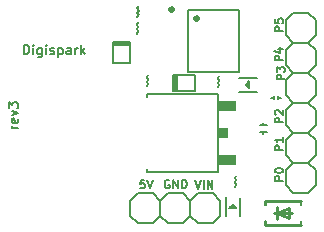
<source format=gbr>
%TF.GenerationSoftware,KiCad,Pcbnew,8.0.8+dfsg-1*%
%TF.CreationDate,2025-02-13T13:44:32+01:00*%
%TF.ProjectId,DigiKitkat,44696769-4b69-4746-9b61-742e6b696361,rev?*%
%TF.SameCoordinates,Original*%
%TF.FileFunction,Legend,Top*%
%TF.FilePolarity,Positive*%
%FSLAX46Y46*%
G04 Gerber Fmt 4.6, Leading zero omitted, Abs format (unit mm)*
G04 Created by KiCad (PCBNEW 8.0.8+dfsg-1) date 2025-02-13 13:44:32*
%MOMM*%
%LPD*%
G01*
G04 APERTURE LIST*
%ADD10C,0.152000*%
%ADD11C,0.154000*%
%ADD12C,0.152400*%
%ADD13C,0.254000*%
%ADD14C,0.200000*%
%ADD15C,0.203000*%
%ADD16C,0.203200*%
%ADD17C,0.000000*%
%ADD18C,0.300000*%
%ADD19C,0.150000*%
G04 APERTURE END LIST*
D10*
X158494979Y-97767123D02*
X157794979Y-97767123D01*
X157794979Y-97767123D02*
X157794979Y-97500456D01*
X157794979Y-97500456D02*
X157828312Y-97433790D01*
X157828312Y-97433790D02*
X157861646Y-97400456D01*
X157861646Y-97400456D02*
X157928312Y-97367123D01*
X157928312Y-97367123D02*
X158028312Y-97367123D01*
X158028312Y-97367123D02*
X158094979Y-97400456D01*
X158094979Y-97400456D02*
X158128312Y-97433790D01*
X158128312Y-97433790D02*
X158161646Y-97500456D01*
X158161646Y-97500456D02*
X158161646Y-97767123D01*
X157794979Y-96733790D02*
X157794979Y-97067123D01*
X157794979Y-97067123D02*
X158128312Y-97100456D01*
X158128312Y-97100456D02*
X158094979Y-97067123D01*
X158094979Y-97067123D02*
X158061646Y-97000456D01*
X158061646Y-97000456D02*
X158061646Y-96833790D01*
X158061646Y-96833790D02*
X158094979Y-96767123D01*
X158094979Y-96767123D02*
X158128312Y-96733790D01*
X158128312Y-96733790D02*
X158194979Y-96700456D01*
X158194979Y-96700456D02*
X158361646Y-96700456D01*
X158361646Y-96700456D02*
X158428312Y-96733790D01*
X158428312Y-96733790D02*
X158461646Y-96767123D01*
X158461646Y-96767123D02*
X158494979Y-96833790D01*
X158494979Y-96833790D02*
X158494979Y-97000456D01*
X158494979Y-97000456D02*
X158461646Y-97067123D01*
X158461646Y-97067123D02*
X158428312Y-97100456D01*
X158494979Y-100261353D02*
X157794979Y-100261353D01*
X157794979Y-100261353D02*
X157794979Y-99994686D01*
X157794979Y-99994686D02*
X157828312Y-99928020D01*
X157828312Y-99928020D02*
X157861646Y-99894686D01*
X157861646Y-99894686D02*
X157928312Y-99861353D01*
X157928312Y-99861353D02*
X158028312Y-99861353D01*
X158028312Y-99861353D02*
X158094979Y-99894686D01*
X158094979Y-99894686D02*
X158128312Y-99928020D01*
X158128312Y-99928020D02*
X158161646Y-99994686D01*
X158161646Y-99994686D02*
X158161646Y-100261353D01*
X158028312Y-99261353D02*
X158494979Y-99261353D01*
X157761646Y-99428020D02*
X158261646Y-99594686D01*
X158261646Y-99594686D02*
X158261646Y-99161353D01*
X158645029Y-101861983D02*
X157945029Y-101861983D01*
X157945029Y-101861983D02*
X157945029Y-101595316D01*
X157945029Y-101595316D02*
X157978362Y-101528650D01*
X157978362Y-101528650D02*
X158011696Y-101495316D01*
X158011696Y-101495316D02*
X158078362Y-101461983D01*
X158078362Y-101461983D02*
X158178362Y-101461983D01*
X158178362Y-101461983D02*
X158245029Y-101495316D01*
X158245029Y-101495316D02*
X158278362Y-101528650D01*
X158278362Y-101528650D02*
X158311696Y-101595316D01*
X158311696Y-101595316D02*
X158311696Y-101861983D01*
X157945029Y-101228650D02*
X157945029Y-100795316D01*
X157945029Y-100795316D02*
X158211696Y-101028650D01*
X158211696Y-101028650D02*
X158211696Y-100928650D01*
X158211696Y-100928650D02*
X158245029Y-100861983D01*
X158245029Y-100861983D02*
X158278362Y-100828650D01*
X158278362Y-100828650D02*
X158345029Y-100795316D01*
X158345029Y-100795316D02*
X158511696Y-100795316D01*
X158511696Y-100795316D02*
X158578362Y-100828650D01*
X158578362Y-100828650D02*
X158611696Y-100861983D01*
X158611696Y-100861983D02*
X158645029Y-100928650D01*
X158645029Y-100928650D02*
X158645029Y-101128650D01*
X158645029Y-101128650D02*
X158611696Y-101195316D01*
X158611696Y-101195316D02*
X158578362Y-101228650D01*
X158494979Y-105513323D02*
X157794979Y-105513323D01*
X157794979Y-105513323D02*
X157794979Y-105246656D01*
X157794979Y-105246656D02*
X157828312Y-105179990D01*
X157828312Y-105179990D02*
X157861646Y-105146656D01*
X157861646Y-105146656D02*
X157928312Y-105113323D01*
X157928312Y-105113323D02*
X158028312Y-105113323D01*
X158028312Y-105113323D02*
X158094979Y-105146656D01*
X158094979Y-105146656D02*
X158128312Y-105179990D01*
X158128312Y-105179990D02*
X158161646Y-105246656D01*
X158161646Y-105246656D02*
X158161646Y-105513323D01*
X157861646Y-104846656D02*
X157828312Y-104813323D01*
X157828312Y-104813323D02*
X157794979Y-104746656D01*
X157794979Y-104746656D02*
X157794979Y-104579990D01*
X157794979Y-104579990D02*
X157828312Y-104513323D01*
X157828312Y-104513323D02*
X157861646Y-104479990D01*
X157861646Y-104479990D02*
X157928312Y-104446656D01*
X157928312Y-104446656D02*
X157994979Y-104446656D01*
X157994979Y-104446656D02*
X158094979Y-104479990D01*
X158094979Y-104479990D02*
X158494979Y-104879990D01*
X158494979Y-104879990D02*
X158494979Y-104446656D01*
X158494979Y-107834243D02*
X157794979Y-107834243D01*
X157794979Y-107834243D02*
X157794979Y-107567576D01*
X157794979Y-107567576D02*
X157828312Y-107500910D01*
X157828312Y-107500910D02*
X157861646Y-107467576D01*
X157861646Y-107467576D02*
X157928312Y-107434243D01*
X157928312Y-107434243D02*
X158028312Y-107434243D01*
X158028312Y-107434243D02*
X158094979Y-107467576D01*
X158094979Y-107467576D02*
X158128312Y-107500910D01*
X158128312Y-107500910D02*
X158161646Y-107567576D01*
X158161646Y-107567576D02*
X158161646Y-107834243D01*
X158494979Y-106767576D02*
X158494979Y-107167576D01*
X158494979Y-106967576D02*
X157794979Y-106967576D01*
X157794979Y-106967576D02*
X157894979Y-107034243D01*
X157894979Y-107034243D02*
X157961646Y-107100910D01*
X157961646Y-107100910D02*
X157994979Y-107167576D01*
X158494979Y-110446503D02*
X157794979Y-110446503D01*
X157794979Y-110446503D02*
X157794979Y-110179836D01*
X157794979Y-110179836D02*
X157828312Y-110113170D01*
X157828312Y-110113170D02*
X157861646Y-110079836D01*
X157861646Y-110079836D02*
X157928312Y-110046503D01*
X157928312Y-110046503D02*
X158028312Y-110046503D01*
X158028312Y-110046503D02*
X158094979Y-110079836D01*
X158094979Y-110079836D02*
X158128312Y-110113170D01*
X158128312Y-110113170D02*
X158161646Y-110179836D01*
X158161646Y-110179836D02*
X158161646Y-110446503D01*
X157794979Y-109613170D02*
X157794979Y-109546503D01*
X157794979Y-109546503D02*
X157828312Y-109479836D01*
X157828312Y-109479836D02*
X157861646Y-109446503D01*
X157861646Y-109446503D02*
X157928312Y-109413170D01*
X157928312Y-109413170D02*
X158061646Y-109379836D01*
X158061646Y-109379836D02*
X158228312Y-109379836D01*
X158228312Y-109379836D02*
X158361646Y-109413170D01*
X158361646Y-109413170D02*
X158428312Y-109446503D01*
X158428312Y-109446503D02*
X158461646Y-109479836D01*
X158461646Y-109479836D02*
X158494979Y-109546503D01*
X158494979Y-109546503D02*
X158494979Y-109613170D01*
X158494979Y-109613170D02*
X158461646Y-109679836D01*
X158461646Y-109679836D02*
X158428312Y-109713170D01*
X158428312Y-109713170D02*
X158361646Y-109746503D01*
X158361646Y-109746503D02*
X158228312Y-109779836D01*
X158228312Y-109779836D02*
X158061646Y-109779836D01*
X158061646Y-109779836D02*
X157928312Y-109746503D01*
X157928312Y-109746503D02*
X157861646Y-109713170D01*
X157861646Y-109713170D02*
X157828312Y-109679836D01*
X157828312Y-109679836D02*
X157794979Y-109613170D01*
X146758300Y-110388189D02*
X146424966Y-110388189D01*
X146424966Y-110388189D02*
X146391633Y-110721522D01*
X146391633Y-110721522D02*
X146424966Y-110688189D01*
X146424966Y-110688189D02*
X146491633Y-110654856D01*
X146491633Y-110654856D02*
X146658300Y-110654856D01*
X146658300Y-110654856D02*
X146724966Y-110688189D01*
X146724966Y-110688189D02*
X146758300Y-110721522D01*
X146758300Y-110721522D02*
X146791633Y-110788189D01*
X146791633Y-110788189D02*
X146791633Y-110954856D01*
X146791633Y-110954856D02*
X146758300Y-111021522D01*
X146758300Y-111021522D02*
X146724966Y-111054856D01*
X146724966Y-111054856D02*
X146658300Y-111088189D01*
X146658300Y-111088189D02*
X146491633Y-111088189D01*
X146491633Y-111088189D02*
X146424966Y-111054856D01*
X146424966Y-111054856D02*
X146391633Y-111021522D01*
X146991633Y-110388189D02*
X147224967Y-111088189D01*
X147224967Y-111088189D02*
X147458300Y-110388189D01*
X151073956Y-110426329D02*
X151307290Y-111126329D01*
X151307290Y-111126329D02*
X151540623Y-110426329D01*
X151773956Y-111126329D02*
X151773956Y-110426329D01*
X152107289Y-111126329D02*
X152107289Y-110426329D01*
X152107289Y-110426329D02*
X152507289Y-111126329D01*
X152507289Y-111126329D02*
X152507289Y-110426329D01*
X148861233Y-110402442D02*
X148794566Y-110369109D01*
X148794566Y-110369109D02*
X148694566Y-110369109D01*
X148694566Y-110369109D02*
X148594566Y-110402442D01*
X148594566Y-110402442D02*
X148527900Y-110469109D01*
X148527900Y-110469109D02*
X148494566Y-110535776D01*
X148494566Y-110535776D02*
X148461233Y-110669109D01*
X148461233Y-110669109D02*
X148461233Y-110769109D01*
X148461233Y-110769109D02*
X148494566Y-110902442D01*
X148494566Y-110902442D02*
X148527900Y-110969109D01*
X148527900Y-110969109D02*
X148594566Y-111035776D01*
X148594566Y-111035776D02*
X148694566Y-111069109D01*
X148694566Y-111069109D02*
X148761233Y-111069109D01*
X148761233Y-111069109D02*
X148861233Y-111035776D01*
X148861233Y-111035776D02*
X148894566Y-111002442D01*
X148894566Y-111002442D02*
X148894566Y-110769109D01*
X148894566Y-110769109D02*
X148761233Y-110769109D01*
X149194566Y-111069109D02*
X149194566Y-110369109D01*
X149194566Y-110369109D02*
X149594566Y-111069109D01*
X149594566Y-111069109D02*
X149594566Y-110369109D01*
X149927899Y-111069109D02*
X149927899Y-110369109D01*
X149927899Y-110369109D02*
X150094566Y-110369109D01*
X150094566Y-110369109D02*
X150194566Y-110402442D01*
X150194566Y-110402442D02*
X150261233Y-110469109D01*
X150261233Y-110469109D02*
X150294566Y-110535776D01*
X150294566Y-110535776D02*
X150327899Y-110669109D01*
X150327899Y-110669109D02*
X150327899Y-110769109D01*
X150327899Y-110769109D02*
X150294566Y-110902442D01*
X150294566Y-110902442D02*
X150261233Y-110969109D01*
X150261233Y-110969109D02*
X150194566Y-111035776D01*
X150194566Y-111035776D02*
X150094566Y-111069109D01*
X150094566Y-111069109D02*
X149927899Y-111069109D01*
D11*
X136056197Y-106001428D02*
X135522863Y-106001428D01*
X135675244Y-106001428D02*
X135599054Y-105963333D01*
X135599054Y-105963333D02*
X135560959Y-105925238D01*
X135560959Y-105925238D02*
X135522863Y-105849047D01*
X135522863Y-105849047D02*
X135522863Y-105772857D01*
X136018102Y-105201428D02*
X136056197Y-105277619D01*
X136056197Y-105277619D02*
X136056197Y-105430000D01*
X136056197Y-105430000D02*
X136018102Y-105506190D01*
X136018102Y-105506190D02*
X135941911Y-105544286D01*
X135941911Y-105544286D02*
X135637149Y-105544286D01*
X135637149Y-105544286D02*
X135560959Y-105506190D01*
X135560959Y-105506190D02*
X135522863Y-105430000D01*
X135522863Y-105430000D02*
X135522863Y-105277619D01*
X135522863Y-105277619D02*
X135560959Y-105201428D01*
X135560959Y-105201428D02*
X135637149Y-105163333D01*
X135637149Y-105163333D02*
X135713340Y-105163333D01*
X135713340Y-105163333D02*
X135789530Y-105544286D01*
X135522863Y-104896667D02*
X136056197Y-104706191D01*
X136056197Y-104706191D02*
X135522863Y-104515714D01*
X135256197Y-104287143D02*
X135256197Y-103791905D01*
X135256197Y-103791905D02*
X135560959Y-104058571D01*
X135560959Y-104058571D02*
X135560959Y-103944286D01*
X135560959Y-103944286D02*
X135599054Y-103868095D01*
X135599054Y-103868095D02*
X135637149Y-103830000D01*
X135637149Y-103830000D02*
X135713340Y-103791905D01*
X135713340Y-103791905D02*
X135903816Y-103791905D01*
X135903816Y-103791905D02*
X135980006Y-103830000D01*
X135980006Y-103830000D02*
X136018102Y-103868095D01*
X136018102Y-103868095D02*
X136056197Y-103944286D01*
X136056197Y-103944286D02*
X136056197Y-104172857D01*
X136056197Y-104172857D02*
X136018102Y-104249048D01*
X136018102Y-104249048D02*
X135980006Y-104287143D01*
X136533241Y-99744137D02*
X136533241Y-98944137D01*
X136533241Y-98944137D02*
X136723717Y-98944137D01*
X136723717Y-98944137D02*
X136838003Y-98982232D01*
X136838003Y-98982232D02*
X136914193Y-99058422D01*
X136914193Y-99058422D02*
X136952288Y-99134613D01*
X136952288Y-99134613D02*
X136990384Y-99286994D01*
X136990384Y-99286994D02*
X136990384Y-99401280D01*
X136990384Y-99401280D02*
X136952288Y-99553661D01*
X136952288Y-99553661D02*
X136914193Y-99629851D01*
X136914193Y-99629851D02*
X136838003Y-99706042D01*
X136838003Y-99706042D02*
X136723717Y-99744137D01*
X136723717Y-99744137D02*
X136533241Y-99744137D01*
X137333241Y-99744137D02*
X137333241Y-99210803D01*
X137333241Y-98944137D02*
X137295145Y-98982232D01*
X137295145Y-98982232D02*
X137333241Y-99020327D01*
X137333241Y-99020327D02*
X137371336Y-98982232D01*
X137371336Y-98982232D02*
X137333241Y-98944137D01*
X137333241Y-98944137D02*
X137333241Y-99020327D01*
X138057050Y-99210803D02*
X138057050Y-99858422D01*
X138057050Y-99858422D02*
X138018955Y-99934613D01*
X138018955Y-99934613D02*
X137980859Y-99972708D01*
X137980859Y-99972708D02*
X137904669Y-100010803D01*
X137904669Y-100010803D02*
X137790383Y-100010803D01*
X137790383Y-100010803D02*
X137714193Y-99972708D01*
X138057050Y-99706042D02*
X137980859Y-99744137D01*
X137980859Y-99744137D02*
X137828478Y-99744137D01*
X137828478Y-99744137D02*
X137752288Y-99706042D01*
X137752288Y-99706042D02*
X137714193Y-99667946D01*
X137714193Y-99667946D02*
X137676097Y-99591756D01*
X137676097Y-99591756D02*
X137676097Y-99363184D01*
X137676097Y-99363184D02*
X137714193Y-99286994D01*
X137714193Y-99286994D02*
X137752288Y-99248899D01*
X137752288Y-99248899D02*
X137828478Y-99210803D01*
X137828478Y-99210803D02*
X137980859Y-99210803D01*
X137980859Y-99210803D02*
X138057050Y-99248899D01*
X138438003Y-99744137D02*
X138438003Y-99210803D01*
X138438003Y-98944137D02*
X138399907Y-98982232D01*
X138399907Y-98982232D02*
X138438003Y-99020327D01*
X138438003Y-99020327D02*
X138476098Y-98982232D01*
X138476098Y-98982232D02*
X138438003Y-98944137D01*
X138438003Y-98944137D02*
X138438003Y-99020327D01*
X138780859Y-99706042D02*
X138857050Y-99744137D01*
X138857050Y-99744137D02*
X139009431Y-99744137D01*
X139009431Y-99744137D02*
X139085621Y-99706042D01*
X139085621Y-99706042D02*
X139123717Y-99629851D01*
X139123717Y-99629851D02*
X139123717Y-99591756D01*
X139123717Y-99591756D02*
X139085621Y-99515565D01*
X139085621Y-99515565D02*
X139009431Y-99477470D01*
X139009431Y-99477470D02*
X138895145Y-99477470D01*
X138895145Y-99477470D02*
X138818955Y-99439375D01*
X138818955Y-99439375D02*
X138780859Y-99363184D01*
X138780859Y-99363184D02*
X138780859Y-99325089D01*
X138780859Y-99325089D02*
X138818955Y-99248899D01*
X138818955Y-99248899D02*
X138895145Y-99210803D01*
X138895145Y-99210803D02*
X139009431Y-99210803D01*
X139009431Y-99210803D02*
X139085621Y-99248899D01*
X139466574Y-99210803D02*
X139466574Y-100010803D01*
X139466574Y-99248899D02*
X139542764Y-99210803D01*
X139542764Y-99210803D02*
X139695145Y-99210803D01*
X139695145Y-99210803D02*
X139771336Y-99248899D01*
X139771336Y-99248899D02*
X139809431Y-99286994D01*
X139809431Y-99286994D02*
X139847526Y-99363184D01*
X139847526Y-99363184D02*
X139847526Y-99591756D01*
X139847526Y-99591756D02*
X139809431Y-99667946D01*
X139809431Y-99667946D02*
X139771336Y-99706042D01*
X139771336Y-99706042D02*
X139695145Y-99744137D01*
X139695145Y-99744137D02*
X139542764Y-99744137D01*
X139542764Y-99744137D02*
X139466574Y-99706042D01*
X140533241Y-99744137D02*
X140533241Y-99325089D01*
X140533241Y-99325089D02*
X140495146Y-99248899D01*
X140495146Y-99248899D02*
X140418955Y-99210803D01*
X140418955Y-99210803D02*
X140266574Y-99210803D01*
X140266574Y-99210803D02*
X140190384Y-99248899D01*
X140533241Y-99706042D02*
X140457050Y-99744137D01*
X140457050Y-99744137D02*
X140266574Y-99744137D01*
X140266574Y-99744137D02*
X140190384Y-99706042D01*
X140190384Y-99706042D02*
X140152288Y-99629851D01*
X140152288Y-99629851D02*
X140152288Y-99553661D01*
X140152288Y-99553661D02*
X140190384Y-99477470D01*
X140190384Y-99477470D02*
X140266574Y-99439375D01*
X140266574Y-99439375D02*
X140457050Y-99439375D01*
X140457050Y-99439375D02*
X140533241Y-99401280D01*
X140914194Y-99744137D02*
X140914194Y-99210803D01*
X140914194Y-99363184D02*
X140952289Y-99286994D01*
X140952289Y-99286994D02*
X140990384Y-99248899D01*
X140990384Y-99248899D02*
X141066575Y-99210803D01*
X141066575Y-99210803D02*
X141142765Y-99210803D01*
X141409432Y-99744137D02*
X141409432Y-98944137D01*
X141485622Y-99439375D02*
X141714194Y-99744137D01*
X141714194Y-99210803D02*
X141409432Y-99515565D01*
D12*
%TO.C,J2*%
X151279300Y-111492500D02*
X152549300Y-111492500D01*
X152549300Y-111492500D02*
X153184300Y-112127500D01*
X152549300Y-114032500D02*
X153184300Y-113397500D01*
X153184300Y-113397500D02*
X153184300Y-112127500D01*
X150644300Y-112127500D02*
X151279300Y-111492500D01*
X150644300Y-113397500D02*
X150644300Y-112127500D01*
X150644300Y-113397500D02*
X151279300Y-114032500D01*
X151279300Y-114032500D02*
X152549300Y-114032500D01*
X148739300Y-111492500D02*
X150009300Y-111492500D01*
X150009300Y-111492500D02*
X150644300Y-112127500D01*
X150009300Y-114032500D02*
X150644300Y-113397500D01*
X150644300Y-113397500D02*
X150644300Y-112127500D01*
X148104300Y-112127500D02*
X148739300Y-111492500D01*
X148104300Y-113397500D02*
X148104300Y-112127500D01*
X148104300Y-113397500D02*
X148739300Y-114032500D01*
X148739300Y-114032500D02*
X150009300Y-114032500D01*
X146199300Y-111492500D02*
X147469300Y-111492500D01*
X147469300Y-111492500D02*
X148104300Y-112127500D01*
X147469300Y-114032500D02*
X148104300Y-113397500D01*
X148104300Y-113397500D02*
X148104300Y-112127500D01*
X145564300Y-112127500D02*
X146199300Y-111492500D01*
X145564300Y-113397500D02*
X145564300Y-112127500D01*
X145564300Y-113397500D02*
X146199300Y-114032500D01*
X146199300Y-114032500D02*
X147469300Y-114032500D01*
%TO.C,J1*%
X158708730Y-98142560D02*
X158708730Y-96872560D01*
X158708730Y-96872560D02*
X159343730Y-96237560D01*
X160613730Y-96237560D02*
X161248730Y-96872560D01*
X159343730Y-96237560D02*
X160613730Y-96237560D01*
X158708730Y-98142560D02*
X159343730Y-98777560D01*
X159343730Y-98777560D02*
X160613730Y-98777560D01*
X160613730Y-98777560D02*
X161248730Y-98142560D01*
X161248730Y-98142560D02*
X161248730Y-96872560D01*
X158708730Y-100682560D02*
X158708730Y-99412560D01*
X158708730Y-99412560D02*
X159343730Y-98777560D01*
X160613730Y-98777560D02*
X161248730Y-99412560D01*
X159343730Y-98777560D02*
X160613730Y-98777560D01*
X158708730Y-100682560D02*
X159343730Y-101317560D01*
X159343730Y-101317560D02*
X160613730Y-101317560D01*
X160613730Y-101317560D02*
X161248730Y-100682560D01*
X161248730Y-100682560D02*
X161248730Y-99412560D01*
X158708730Y-103222560D02*
X158708730Y-101952560D01*
X158708730Y-101952560D02*
X159343730Y-101317560D01*
X160613730Y-101317560D02*
X161248730Y-101952560D01*
X159343730Y-101317560D02*
X160613730Y-101317560D01*
X158708730Y-103222560D02*
X159343730Y-103857560D01*
X159343730Y-103857560D02*
X160613730Y-103857560D01*
X160613730Y-103857560D02*
X161248730Y-103222560D01*
X161248730Y-103222560D02*
X161248730Y-101952560D01*
X158708730Y-105762560D02*
X158708730Y-104492560D01*
X158708730Y-104492560D02*
X159343730Y-103857560D01*
X160613730Y-103857560D02*
X161248730Y-104492560D01*
X159343730Y-103857560D02*
X160613730Y-103857560D01*
X158708730Y-105762560D02*
X159343730Y-106397560D01*
X159343730Y-106397560D02*
X160613730Y-106397560D01*
X160613730Y-106397560D02*
X161248730Y-105762560D01*
X161248730Y-105762560D02*
X161248730Y-104492560D01*
X158708730Y-108302560D02*
X158708730Y-107032560D01*
X158708730Y-107032560D02*
X159343730Y-106397560D01*
X160613730Y-106397560D02*
X161248730Y-107032560D01*
X159343730Y-106397560D02*
X160613730Y-106397560D01*
X158708730Y-108302560D02*
X159343730Y-108937560D01*
X159343730Y-108937560D02*
X160613730Y-108937560D01*
X160613730Y-108937560D02*
X161248730Y-108302560D01*
X161248730Y-108302560D02*
X161248730Y-107032560D01*
X158708730Y-110842560D02*
X158708730Y-109572560D01*
X158708730Y-109572560D02*
X159343730Y-108937560D01*
X160613730Y-108937560D02*
X161248730Y-109572560D01*
X159343730Y-108937560D02*
X160613730Y-108937560D01*
X158708730Y-110842560D02*
X159343730Y-111477560D01*
X159343730Y-111477560D02*
X160613730Y-111477560D01*
X160613730Y-111477560D02*
X161248730Y-110842560D01*
X161248730Y-110842560D02*
X161248730Y-109572560D01*
D10*
%TO.C,D3*%
X156936500Y-113891100D02*
X157080930Y-113891100D01*
X156941520Y-112491100D02*
X157078000Y-112491100D01*
D13*
X157978500Y-113191100D02*
X158994500Y-112784700D01*
X158994500Y-113597500D02*
X158994500Y-112784700D01*
X157978500Y-113191100D02*
X158994500Y-113597500D01*
X157978500Y-113699100D02*
X157978500Y-112683100D01*
X157724500Y-113191100D02*
X159248500Y-113191100D01*
X156986500Y-112191100D02*
X159986500Y-112191100D01*
D10*
X156986500Y-112191100D02*
X156998830Y-112191100D01*
X156986500Y-112191100D02*
X157001520Y-112191100D01*
X156941520Y-112491100D02*
X156941520Y-112191100D01*
X157078000Y-112488920D02*
X157078000Y-112188920D01*
X156936500Y-114191100D02*
X156936500Y-113891100D01*
X157080930Y-114187430D02*
X157080930Y-113887430D01*
D13*
X156986500Y-114191100D02*
X159986500Y-114191100D01*
D10*
X159986500Y-112191100D02*
X159993840Y-112191100D01*
X160033840Y-112488920D02*
X160033840Y-112191100D01*
X160036500Y-114191100D02*
X160036500Y-113893280D01*
D14*
%TO.C,C1*%
X156538170Y-105738410D02*
X157093870Y-105738410D01*
X156533970Y-106356410D02*
X157089570Y-106356410D01*
X156815970Y-105738410D02*
X156815970Y-105579610D01*
X156815370Y-106522310D02*
X156815370Y-106363510D01*
D12*
%TO.C,R5*%
X154404010Y-110958080D02*
X154518310Y-110767580D01*
X154404010Y-110577080D02*
X154518310Y-110767580D01*
X154404010Y-110577080D02*
X154518310Y-110386580D01*
X154404010Y-110196080D02*
X154518310Y-110386580D01*
X154404010Y-110196080D02*
X154518310Y-110005580D01*
%TO.C,R4*%
X152945610Y-102537870D02*
X153059910Y-102347370D01*
X152945610Y-102156870D02*
X153059910Y-102347370D01*
X152945610Y-102156870D02*
X153059910Y-101966370D01*
X152945610Y-101775870D02*
X153059910Y-101966370D01*
X152945610Y-101775870D02*
X153059910Y-101585370D01*
%TO.C,R3*%
X146953760Y-102460770D02*
X147068060Y-102270270D01*
X146953760Y-102079770D02*
X147068060Y-102270270D01*
X146953760Y-102079770D02*
X147068060Y-101889270D01*
X146953760Y-101698770D02*
X147068060Y-101889270D01*
X146953760Y-101698770D02*
X147068060Y-101508270D01*
%TO.C,R2*%
X146135550Y-97230530D02*
X146249850Y-97040030D01*
X146135550Y-97230530D02*
X146249850Y-97421030D01*
X146135550Y-97611530D02*
X146249850Y-97421030D01*
X146135550Y-97611530D02*
X146249850Y-97802030D01*
X146135550Y-97992530D02*
X146249850Y-97802030D01*
%TO.C,R1*%
X146140850Y-96611930D02*
X146255150Y-96421430D01*
X146140850Y-96230930D02*
X146255150Y-96421430D01*
X146140850Y-96230930D02*
X146255150Y-96040430D01*
X146140850Y-95849930D02*
X146255150Y-96040430D01*
X146140850Y-95849930D02*
X146255150Y-95659430D01*
D10*
%TO.C,LED2*%
X154744070Y-101708190D02*
X156304080Y-101708190D01*
X154734070Y-102928180D02*
X156294080Y-102928180D01*
D12*
X155389780Y-102330880D02*
X155618380Y-102622980D01*
X155389780Y-102330880D02*
X155618380Y-102038780D01*
X155618380Y-102622980D02*
X155618380Y-102038780D01*
D10*
%TO.C,LED1*%
X154859970Y-113426390D02*
X154859970Y-111866390D01*
X153639970Y-113416390D02*
X153639970Y-111856390D01*
D12*
X153945170Y-112740690D02*
X154237270Y-112512090D01*
X154237270Y-112512090D02*
X154529370Y-112740690D01*
X153945170Y-112740690D02*
X154529370Y-112740690D01*
%TO.C,C2*%
X157510730Y-103407880D02*
X157764730Y-103407880D01*
X157764730Y-103547580D02*
X157764730Y-103280880D01*
X158056830Y-103547580D02*
X158056830Y-103280880D01*
X158056830Y-103407880D02*
X158310830Y-103407880D01*
D15*
%TO.C,U1*%
X146946140Y-103357100D02*
X146946140Y-103128500D01*
X146946140Y-109681700D02*
X146946140Y-109453100D01*
D16*
X146946140Y-109681700D02*
X152940540Y-109682210D01*
X152940540Y-109682210D02*
X152940540Y-103127990D01*
X146946140Y-103128500D02*
X152940540Y-103127990D01*
D17*
G36*
X154464540Y-109122900D02*
G01*
X153042140Y-109122900D01*
X153042140Y-108259300D01*
X154464540Y-108259300D01*
X154464540Y-109122900D01*
G37*
G36*
X154464540Y-104550900D02*
G01*
X153042140Y-104550900D01*
X153042140Y-103687300D01*
X154464540Y-103687300D01*
X154464540Y-104550900D01*
G37*
G36*
X153804140Y-106836900D02*
G01*
X153042140Y-106836900D01*
X153042140Y-105973300D01*
X153804140Y-105973300D01*
X153804140Y-106836900D01*
G37*
D18*
%TO.C,U2*%
X151316460Y-96715530D02*
G75*
G02*
X151016240Y-96715530I-150110J0D01*
G01*
X151016240Y-96715530D02*
G75*
G02*
X151316460Y-96715530I150110J0D01*
G01*
X149210290Y-95948200D02*
G75*
G02*
X148910070Y-95948200I-150110J0D01*
G01*
X148910070Y-95948200D02*
G75*
G02*
X149210290Y-95948200I150110J0D01*
G01*
D12*
X150413870Y-95981830D02*
X154766670Y-95981830D01*
X154766670Y-101259240D02*
X154766670Y-95981830D01*
X150413870Y-101259240D02*
X154766670Y-101259240D01*
X150413870Y-101259240D02*
X150413870Y-95981830D01*
D19*
%TO.C,D1*%
X144130990Y-98990490D02*
X145490240Y-98990490D01*
D12*
X144130990Y-100507850D02*
X145531040Y-100507850D01*
X145531040Y-100507850D02*
X145531040Y-98672130D01*
X144130990Y-100507850D02*
X144130990Y-98672130D01*
X144130990Y-98672130D02*
X145531040Y-98672130D01*
D17*
G36*
X145543480Y-98918320D02*
G01*
X144143430Y-98918320D01*
X144143430Y-98718420D01*
X145543480Y-98718420D01*
X145543480Y-98918320D01*
G37*
D19*
%TO.C,D2*%
X149513590Y-102858690D02*
X149513590Y-101499450D01*
D12*
X151030950Y-102858690D02*
X151030950Y-101458640D01*
X149195230Y-101458640D02*
X151030950Y-101458640D01*
X149195230Y-102858690D02*
X151030950Y-102858690D01*
X149195230Y-102858690D02*
X149195230Y-101458640D01*
D17*
G36*
X149441420Y-102846260D02*
G01*
X149241520Y-102846260D01*
X149241520Y-101446210D01*
X149441420Y-101446210D01*
X149441420Y-102846260D01*
G37*
%TD*%
M02*

</source>
